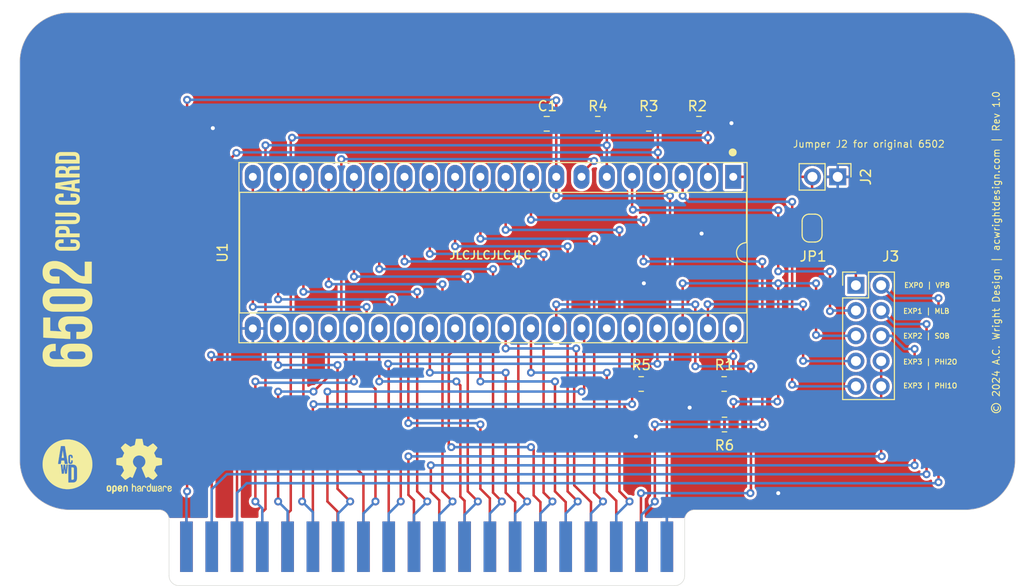
<source format=kicad_pcb>
(kicad_pcb (version 20240108) (generator "pcbnew") (generator_version "8.0")
  (title_block (title "CPU Card") (date "2024-03-19") (rev "1.0") (company "A.C. Wright Design"))
  (layers (0 "F.Cu" signal "Top") (31 "B.Cu" signal "Bottom") (34 "B.Paste" user) (35 "F.Paste" user) (36 "B.SilkS" user "B.Silkscreen") (37 "F.SilkS" user "F.Silkscreen") (38 "B.Mask" user) (39 "F.Mask" user) (44 "Edge.Cuts" user))
  (net 0 "")
  (net 1 "/A0")
  (net 2 "/A1")
  (net 3 "/A2")
  (net 4 "/A3")
  (net 5 "/A4")
  (net 6 "/A5")
  (net 7 "/A6")
  (net 8 "/A7")
  (net 9 "/A8")
  (net 10 "/A9")
  (net 11 "/A10")
  (net 12 "/A11")
  (net 13 "/A12")
  (net 14 "/A13")
  (net 15 "/A14")
  (net 16 "/A15")
  (net 17 "/D0")
  (net 18 "/D1")
  (net 19 "/D2")
  (net 20 "/D3")
  (net 21 "/D4")
  (net 22 "/D5")
  (net 23 "/D6")
  (net 24 "/D7")
  (net 25 "GND")
  (net 26 "VCC")
  (net 27 "BE")
  (net 28 "RDY")
  (net 29 "/PHI2")
  (net 30 "EXP1")
  (net 31 "EXP2")
  (net 32 "EXP3")
  (net 33 "/SYNC")
  (net 34 "EXP0")
  (net 36 "VPB")
  (net 37 "PHI1O")
  (net 38 "/RWB")
  (net 39 "NMIB")
  (net 40 "IRQB")
  (net 41 "RESB")
  (net 42 "SOB")
  (net 43 "PHI2O")
  (net 44 "MLB")
  (footprint "Resistor_SMD:R_0805_2012Metric" (layer "F.Cu") (at 169.2675 113.538 180)
    (property "Reference" "R1")
    (property "Value" "1k" (hide yes))
  )
  (footprint "Resistor_SMD:R_0805_2012Metric" (layer "F.Cu") (at 161.6945 87.376 180)
    (property "Reference" "R3")
    (property "Value" "1k" (hide yes))
  )
  (footprint "Resistor_SMD:R_0805_2012Metric" (layer "F.Cu") (at 160.9325 113.538)
    (property "Reference" "R5")
    (property "Value" "1k" (hide yes))
  )
  (footprint "6502 Parts:6502CARDEDGE" (layer "F.Cu") (at 115.25 132.44)
    (property "Reference" "J1" (hide yes))
    (property "Value" "6502CARDEDGE" (hide yes))
  )
  (footprint "Package_DIP:DIP-40_W15.24mm_Socket_LongPads" (layer "F.Cu") (at 170.18 92.71 -90)
    (property "Reference" "U1")
    (property "Value" "65C02" (hide yes))
  )
  (footprint "A.C. Wright Logo:A.C. Wright Logo 5mm" (layer "F.Cu") (at 103.3011 121.6136)
    (property "Reference" "G***" (hide yes))
    (property "Value" "LOGO" (hide yes))
  )
  (footprint "6502 Logos:6502 CPU Card Logo 5mm" (layer "F.Cu") (at 103.30081 99.306447 90)
    (property "Reference" "G***" (hide yes))
    (property "Value" "LOGO" (hide yes))
  )
  (footprint "Resistor_SMD:R_0805_2012Metric" (layer "F.Cu") (at 166.7275 87.376 180)
    (property "Reference" "R2")
    (property "Value" "1k" (hide yes))
  )
  (footprint "Resistor_SMD:R_0805_2012Metric" (layer "F.Cu") (at 156.5675 87.376 180)
    (property "Reference" "R4")
    (property "Value" "1k" (hide yes))
  )
  (footprint "Capacitor_SMD:C_0805_2012Metric" (layer "F.Cu") (at 151.445 87.376 180)
    (property "Reference" "C1")
    (property "Value" "100nF" (hide yes))
  )
  (footprint "Connector_PinHeader_2.54mm:PinHeader_1x02_P2.54mm_Vertical" (layer "F.Cu") (at 180.6761 92.7136 -90)
    (property "Reference" "J2")
    (property "Value" "Conn_01x02" (hide yes))
  )
  (footprint "Jumper:SolderJumper-2_P1.3mm_Open_RoundedPad1.0x1.5mm" (layer "F.Cu") (at 178.1011 97.8636 90)
    (property "Reference" "JP1")
    (property "Value" "SolderJumper_2_Open" (hide yes))
  )
  (footprint "Symbol:OSHW-Logo2_7.3x6mm_SilkScreen" (layer "F.Cu") (at 110.5011 121.8136)
    (property "Reference" "REF**" (hide yes))
    (property "Value" "OSHW-Logo2_7.3x6mm_SilkScreen" (hide yes))
  )
  (footprint "Resistor_SMD:R_0805_2012Metric" (layer "F.Cu") (at 169.3011 117.6136 180)
    (property "Reference" "R6")
    (property "Value" "1k" (hide yes))
  )
  (footprint "Connector_PinHeader_2.54mm:PinHeader_2x05_P2.54mm_Vertical" (layer "F.Cu") (at 182.5011 103.6136)
    (property "Reference" "J3")
    (property "Value" "Conn_02x05_Odd_Even" (hide yes))
  )
  (gr_circle (center 170.1271 90.2526) (end 170.3271 90.2526) (stroke (width 0.4)) (fill none) (layer "F.SilkS"))
  (gr_line (start 165.3011 132.8136) (end 165.3011 127.1936) (stroke (width 0.05)) (layer "Edge.Cuts"))
  (gr_line (start 166.3011 126.1936) (end 193.5011 126.1936) (stroke (width 0.05)) (layer "Edge.Cuts"))
  (gr_line (start 198.5011 121.1936) (end 198.5011 81.1936) (stroke (width 0.05)) (layer "Edge.Cuts"))
  (gr_arc (start 112.5011 126.1936) (mid 113.208207 126.486493) (end 113.5011 127.1936) (stroke (width 0.05)) (layer "Edge.Cuts"))
  (gr_arc (start 103.5011 126.1936) (mid 99.965566 124.729134) (end 98.5011 121.1936) (stroke (width 0.05)) (layer "Edge.Cuts"))
  (gr_arc (start 114.5011 133.8136) (mid 113.793993 133.520707) (end 113.5011 132.8136) (stroke (width 0.05)) (layer "Edge.Cuts"))
  (gr_line (start 103.5011 126.1936) (end 112.5011 126.1936) (stroke (width 0.05)) (layer "Edge.Cuts"))
  (gr_arc (start 198.5011 121.1936) (mid 197.036634 124.729134) (end 193.5011 126.1936) (stroke (width 0.05)) (layer "Edge.Cuts"))
  (gr_line (start 114.5011 133.8136) (end 164.3011 133.8136) (stroke (width 0.05)) (layer "Edge.Cuts"))
  (gr_arc (start 165.3011 132.8136) (mid 165.008207 133.520707) (end 164.3011 133.8136) (stroke (width 0.05)) (layer "Edge.Cuts"))
  (gr_line (start 193.5011 76.1936) (end 103.5011 76.1936) (stroke (width 0.05)) (layer "Edge.Cuts"))
  (gr_line (start 113.5011 127.1936) (end 113.5011 132.8136) (stroke (width 0.05)) (layer "Edge.Cuts"))
  (gr_line (start 98.5011 81.1936) (end 98.5011 121.1936) (stroke (width 0.05)) (layer "Edge.Cuts"))
  (gr_arc (start 165.3011 127.1936) (mid 165.593993 126.486493) (end 166.3011 126.1936) (stroke (width 0.05)) (layer "Edge.Cuts"))
  (gr_arc (start 193.5011 76.1936) (mid 197.036634 77.658066) (end 198.5011 81.1936) (stroke (width 0.05)) (layer "Edge.Cuts"))
  (gr_arc (start 98.5011 81.1936) (mid 99.965566 77.658066) (end 103.5011 76.1936) (stroke (width 0.05)) (layer "Edge.Cuts"))
  (gr_text "EXP3 | PHI2O" (at 187.2011 111.3136 0) (layer "F.SilkS") (effects (font (size 0.5 0.5) (thickness 0.1)) (justify left)))
  (gr_text "EXP2 | SOB" (at 187.2011 108.7136 0) (layer "F.SilkS") (effects (font (size 0.5 0.5) (thickness 0.1)) (justify left)))
  (gr_text "EXP0 | VPB" (at 187.3011 103.6136 0) (layer "F.SilkS") (effects (font (size 0.5 0.5) (thickness 0.1)) (justify left)))
  (gr_text "EXP1 | MLB" (at 187.2011 106.2136 0) (layer "F.SilkS") (effects (font (size 0.5 0.5) (thickness 0.1)) (justify left)))
  (gr_text "© 2024 A.C. Wright Design | acwrightdesign.com | Rev 1.0" (at 196.596 100.33 90) (layer "F.SilkS") (effects (font (size 0.7 0.7) (thickness 0.1))))
  (gr_text "Jumper J2 for original 6502" (at 183.8011 89.4136 0) (layer "F.SilkS") (effects (font (size 0.7 0.7) (thickness 0.1))))
  (gr_text "EXP3 | PHI1O" (at 187.2011 113.7136 0) (layer "F.SilkS") (effects (font (size 0.5 0.5) (thickness 0.1)) (justify left)))
  (gr_text "JLCJLCJLCJLC" (at 145.796 100.584 0) (layer "F.SilkS") (effects (font (size 0.8 0.8))))
  (segment (start 161.163 101.219) (end 161.163 97.028) (width 0.25) (layer "F.Cu") (net 1))
  (segment (start 173.101 117.602) (end 173.101 101.219) (width 0.25) (layer "F.Cu") (net 1))
  (segment (start 162.306 125.349) (end 162.306 124.783315) (width 0.25) (layer "F.Cu") (net 1))
  (segment (start 162.306 124.783315) (end 162.306 117.601999) (width 0.25) (layer "F.Cu") (net 1))
  (segment (start 149.86 97.028) (end 149.86 92.71) (width 0.25) (layer "F.Cu") (net 1))
  (via (at 161.163 97.028) (size 0.8) (drill 0.4) (layers "F.Cu" "B.Cu") (net 1))
  (via (at 173.101 117.602) (size 0.8) (drill 0.4) (layers "F.Cu" "B.Cu") (net 1))
  (via (at 161.163 101.219) (size 0.8) (drill 0.4) (layers "F.Cu" "B.Cu") (net 1))
  (via (at 162.306 125.349) (size 0.8) (drill 0.4) (layers "F.Cu" "B.Cu") (net 1))
  (via (at 173.101 101.219) (size 0.8) (drill 0.4) (layers "F.Cu" "B.Cu") (net 1))
  (via (at 149.86 97.028) (size 0.8) (drill 0.4) (layers "F.Cu" "B.Cu") (net 1))
  (via (at 162.306 117.601999) (size 0.8) (drill 0.4) (layers "F.Cu" "B.Cu") (net 1))
  (segment (start 173.101 117.602) (end 172.535314 117.601999) (width 0.25) (layer "B.Cu") (net 1))
  (segment (start 161.163 97.028) (end 149.86 97.028) (width 0.25) (layer "B.Cu") (net 1))
  (segment (start 160.97 126.685) (end 162.306 125.349) (width 0.25) (layer "B.Cu") (net 1))
  (segment (start 172.535314 117.601999) (end 162.306 117.601999) (width 0.25) (layer "B.Cu") (net 1))
  (segment (start 173.101 101.219) (end 161.163 101.219) (width 0.25) (layer "B.Cu") (net 1))
  (segment (start 160.97 129.9) (end 160.97 126.685) (width 0.25) (layer "B.Cu") (net 1))
  (segment (start 158.75 124.333) (end 158.75 98.044) (width 0.25) (layer "F.Cu") (net 2))
  (segment (start 147.32 98.044) (end 147.32 92.71) (width 0.25) (layer "F.Cu") (net 2))
  (segment (start 159.766 125.349) (end 158.75 124.333) (width 0.25) (layer "F.Cu") (net 2))
  (via (at 159.766 125.349) (size 0.8) (drill 0.4) (layers "F.Cu" "B.Cu") (net 2))
  (via (at 147.32 98.044) (size 0.8) (drill 0.4) (layers "F.Cu" "B.Cu") (net 2))
  (via (at 158.75 98.044) (size 0.8) (drill 0.4) (layers "F.Cu" "B.Cu") (net 2))
  (segment (start 158.43 129.9) (end 158.43 126.685) (width 0.25) (layer "B.Cu") (net 2))
  (segment (start 158.75 98.044) (end 147.32 98.044) (width 0.25) (layer "B.Cu") (net 2))
  (segment (start 158.43 126.685) (end 159.766 125.349) (width 0.25) (layer "B.Cu") (net 2))
  (segment (start 144.78 98.933) (end 144.78 92.71) (width 0.25) (layer "F.Cu") (net 3))
  (segment (start 156.21 124.46) (end 156.21 98.933) (width 0.25) (layer "F.Cu") (net 3))
  (segment (start 157.099 125.349) (end 156.21 124.46) (width 0.25) (layer "F.Cu") (net 3))
  (via (at 144.78 98.933) (size 0.8) (drill 0.4) (layers "F.Cu" "B.Cu") (net 3))
  (via (at 156.21 98.933) (size 0.8) (drill 0.4) (layers "F.Cu" "B.Cu") (net 3))
  (via (at 157.099 125.349) (size 0.8) (drill 0.4) (layers "F.Cu" "B.Cu") (net 3))
  (segment (start 155.89 129.9) (end 155.89 126.558) (width 0.25) (layer "B.Cu") (net 3))
  (segment (start 155.89 126.558) (end 157.099 125.349) (width 0.25) (layer "B.Cu") (net 3))
  (segment (start 156.21 98.933) (end 144.78 98.933) (width 0.25) (layer "B.Cu") (net 3))
  (segment (start 142.24 92.71) (end 142.24 99.694996) (width 0.25) (layer "F.Cu") (net 4))
  (segment (start 154.559 125.349) (end 153.542999 124.332999) (width 0.25) (layer "F.Cu") (net 4))
  (segment (start 142.24 99.694996) (end 142.239996 99.695) (width 0.25) (layer "F.Cu") (net 4))
  (segment (start 153.542999 124.332999) (end 153.542999 99.694999) (width 0.25) (layer "F.Cu") (net 4))
  (via (at 153.542999 99.694999) (size 0.8) (drill 0.4) (layers "F.Cu" "B.Cu") (net 4))
  (via (at 142.239996 99.695) (size 0.8) (drill 0.4) (layers "F.Cu" "B.Cu") (net 4))
  (via (at 154.559 125.349) (size 0.8) (drill 0.4) (layers "F.Cu" "B.Cu") (net 4))
  (segment (start 142.239996 99.695) (end 153.542998 99.695) (width 0.25) (layer "B.Cu") (net 4))
  (segment (start 153.35 126.558) (end 154.559 125.349) (width 0.25) (layer "B.Cu") (net 4))
  (segment (start 153.542998 99.695) (end 153.542999 99.694999) (width 0.25) (layer "B.Cu") (net 4))
  (segment (start 153.35 129.9) (end 153.35 126.558) (width 0.25) (layer "B.Cu") (net 4))
  (segment (start 151.13 124.46) (end 152.019 125.349) (width 0.25) (layer "F.Cu") (net 5))
  (segment (start 151.13 100.5136) (end 151.13 124.46) (width 0.25) (layer "F.Cu") (net 5))
  (segment (start 139.7 92.71) (end 139.7 100.457) (width 0.25) (layer "F.Cu") (net 5))
  (via (at 139.7 100.457) (size 0.8) (drill 0.4) (layers "F.Cu" "B.Cu") (net 5))
  (via (at 151.13 100.5136) (size 0.8) (drill 0.4) (layers "F.Cu" "B.Cu") (net 5))
  (via (at 152.019 125.349) (size 0.8) (drill 0.4) (layers "F.Cu" "B.Cu") (net 5))
  (segment (start 151.0734 100.457) (end 139.7 100.457) (width 0.25) (layer "B.Cu") (net 5))
  (segment (start 150.81 129.9) (end 150.81 126.558) (width 0.25) (layer "B.Cu") (net 5))
  (segment (start 150.81 126.558) (end 152.019 125.349) (width 0.25) (layer "B.Cu") (net 5))
  (segment (start 151.13 100.5136) (end 151.0734 100.457) (width 0.25) (layer "B.Cu") (net 5))
  (segment (start 149.479 125.349) (end 148.59 124.46) (width 0.25) (layer "F.Cu") (net 6))
  (segment (start 137.16 92.71) (end 137.16 101.219004) (width 0.25) (layer "F.Cu") (net 6))
  (segment (start 148.59 124.46) (end 148.59 101.218998) (width 0.25) (layer "F.Cu") (net 6))
  (via (at 149.479 125.349) (size 0.8) (drill 0.4) (layers "F.Cu" "B.Cu") (net 6))
  (via (at 137.16 101.219004) (size 0.8) (drill 0.4) (layers "F.Cu" "B.Cu") (net 6))
  (via (at 148.59 101.218998) (size 0.8) (drill 0.4) (layers "F.Cu" "B.Cu") (net 6))
  (segment (start 148.27 126.558) (end 149.479 125.349) (width 0.25) (layer "B.Cu") (net 6))
  (segment (start 137.16 101.219004) (end 148.589994 101.219004) (width 0.25) (layer "B.Cu") (net 6))
  (segment (start 148.589994 101.219004) (end 148.59 101.218998) (width 0.25) (layer "B.Cu") (net 6))
  (segment (start 148.27 129.9) (end 148.27 126.558) (width 0.25) (layer "B.Cu") (net 6))
  (segment (start 146.939 125.349) (end 146.05 124.46) (width 0.25) (layer "F.Cu") (net 7))
  (segment (start 134.62 92.71) (end 134.62 101.981) (width 0.25) (layer "F.Cu") (net 7))
  (segment (start 146.05 124.46) (end 146.05 101.981) (width 0.25) (layer "F.Cu") (net 7))
  (via (at 134.62 101.981) (size 0.8) (drill 0.4) (layers "F.Cu" "B.Cu") (net 7))
  (via (at 146.939 125.349) (size 0.8) (drill 0.4) (layers "F.Cu" "B.Cu") (net 7))
  (via (at 146.05 101.981) (size 0.8) (drill 0.4) (layers "F.Cu" "B.Cu") (net 7))
  (segment (start 145.73 126.558) (end 146.939 125.349) (width 0.25) (layer "B.Cu") (net 7))
  (segment (start 134.62 101.981) (end 146.05 101.981) (width 0.25) (layer "B.Cu") (net 7))
  (segment (start 145.73 129.9) (end 145.73 126.558) (width 0.25) (layer "B.Cu") (net 7))
  (segment (start 143.51 124.333) (end 143.51 102.74301) (width 0.25) (layer "F.Cu") (net 8))
  (segment (start 144.526 125.349) (end 143.51 124.333) (width 0.25) (layer "F.Cu") (net 8))
  (segment (start 132.08 92.71) (end 132.08 102.743) (width 0.25) (layer "F.Cu") (net 8))
  (via (at 144.526 125.349) (size 0.8) (drill 0.4) (layers "F.Cu" "B.Cu") (net 8))
  (via (at 132.08 102.743) (size 0.8) (drill 0.4) (layers "F.Cu" "B.Cu") (net 8))
  (via (at 143.51 102.74301) (size 0.8) (drill 0.4) (layers "F.Cu" "B.Cu") (net 8))
  (segment (start 143.19 126.685) (end 144.526 125.349) (width 0.25) (layer "B.Cu") (net 8))
  (segment (start 143.50999 102.743) (end 143.51 102.74301) (width 0.25) (layer "B.Cu") (net 8))
  (segment (start 132.08 102.743) (end 143.50999 102.743) (width 0.25) (layer "B.Cu") (net 8))
  (segment (start 143.19 129.9) (end 143.19 126.685) (width 0.25) (layer "B.Cu") (net 8))
  (segment (start 140.970001 124.333001) (end 140.970001 103.505005) (width 0.25) (layer "F.Cu") (net 9))
  (segment (start 141.986 125.349) (end 140.970001 124.333001) (width 0.25) (layer "F.Cu") (net 9))
  (segment (start 129.54 92.71) (end 129.54 103.505) (width 0.25) (layer "F.Cu") (net 9))
  (via (at 140.970001 103.505005) (size 0.8) (drill 0.4) (layers "F.Cu" "B.Cu") (net 9))
  (via (at 141.986 125.349) (size 0.8) (drill 0.4) (layers "F.Cu" "B.Cu") (net 9))
  (via (at 129.54 103.505) (size 0.8) (drill 0.4) (layers "F.Cu" "B.Cu") (net 9))
  (segment (start 140.969996 103.505) (end 140.970001 103.505005) (width 0.25) (layer "B.Cu") (net 9))
  (segment (start 140.65 126.685) (end 141.986 125.349) (width 0.25) (layer "B.Cu") (net 9))
  (segment (start 140.65 129.9) (end 140.65 126.685) (width 0.25) (layer "B.Cu") (net 9))
  (segment (start 129.54 103.505) (end 140.969996 103.505) (width 0.25) (layer "B.Cu") (net 9))
  (segment (start 138.43 124.333) (end 138.43 104.266998) (width 0.25) (layer "F.Cu") (net 10))
  (segment (start 139.446 125.349) (end 138.43 124.333) (width 0.25) (layer "F.Cu") (net 10))
  (segment (start 127 92.71) (end 127 104.267) (width 0.25) (layer "F.Cu") (net 10))
  (via (at 127 104.267) (size 0.8) (drill 0.4) (layers "F.Cu" "B.Cu") (net 10))
  (via (at 139.446 125.349) (size 0.8) (drill 0.4) (layers "F.Cu" "B.Cu") (net 10))
  (via (at 138.43 104.266998) (size 0.8) (drill 0.4) (layers "F.Cu" "B.Cu") (net 10))
  (segment (start 138.11 129.9) (end 138.11 126.685) (width 0.25) (layer "B.Cu") (net 10))
  (segment (start 138.11 126.685) (end 139.446 125.349) (width 0.25) (layer "B.Cu") (net 10))
  (segment (start 127 104.267) (end 138.429998 104.267) (width 0.25) (layer "B.Cu") (net 10))
  (segment (start 138.429998 104.267) (end 138.43 104.266998) (width 0.25) (layer "B.Cu") (net 10))
  (segment (start 124.46 92.71) (end 124.46 105.029) (width 0.25) (layer "F.Cu") (net 11))
  (segment (start 136.779 110.109) (end 135.89 109.22) (width 0.25) (layer "F.Cu") (net 11))
  (segment (start 136.779 125.349) (end 136.779 110.109) (width 0.25) (layer "F.Cu") (net 11))
  (segment (start 135.89 109.22) (end 135.89 105.028996) (width 0.25) (layer "F.Cu") (net 11))
  (via (at 124.46 105.029) (size 0.8) (drill 0.4) (layers "F.Cu" "B.Cu") (net 11))
  (via (at 136.779 125.349) (size 0.8) (drill 0.4) (layers "F.Cu" "B.Cu") (net 11))
  (via (at 135.89 105.028996) (size 0.8) (drill 0.4) (layers "F.Cu" "B.Cu") (net 11))
  (segment (start 135.57 129.9) (end 135.57 126.558) (width 0.25) (layer "B.Cu") (net 11))
  (segment (start 135.889996 105.029) (end 135.89 105.028996) (width 0.25) (layer "B.Cu") (net 11))
  (segment (start 135.57 126.558) (end 136.779 125.349) (width 0.25) (layer "B.Cu") (net 11))
  (segment (start 124.46 105.029) (end 135.889996 105.029) (width 0.25) (layer "B.Cu") (net 11))
  (segment (start 121.92 92.71) (end 121.92 105.790998) (width 0.25) (layer "F.Cu") (net 12))
  (segment (start 121.92 105.790998) (end 121.920002 105.791) (width 0.25) (layer "F.Cu") (net 12))
  (segment (start 134.239 125.349) (end 134.239 114.046) (width 0.25) (layer "F.Cu") (net 12))
  (segment (start 133.35 113.157) (end 133.35 105.79099) (width 0.25) (layer "F.Cu") (net 12))
  (segment (start 134.239 114.046) (end 133.35 113.157) (width 0.25) (layer "F.Cu") (net 12))
  (via (at 121.920002 105.791) (size 0.8) (drill 0.4) (layers "F.Cu" "B.Cu") (net 12))
  (via (at 133.35 105.79099) (size 0.8) (drill 0.4) (layers "F.Cu" "B.Cu") (net 12))
  (via (at 134.239 125.349) (size 0.8) (drill 0.4) (layers "F.Cu" "B.Cu") (net 12))
  (segment (start 133.03 129.9) (end 133.03 126.558) (width 0.25) (layer "B.Cu") (net 12))
  (segment (start 121.920012 105.79099) (end 121.920002 105.791) (width 0.25) (layer "B.Cu") (net 12))
  (segment (start 133.35 105.79099) (end 121.920012 105.79099) (width 0.25) (layer "B.Cu") (net 12))
  (segment (start 133.03 126.558) (end 134.239 125.349) (width 0.25) (layer "B.Cu") (net 12))
  (segment (start 124.46 107.95) (end 124.46 111.633) (width 0.25) (layer "F.Cu") (net 13))
  (segment (start 130.429 111.633) (end 130.429 124.079) (width 0.25) (layer "F.Cu") (net 13))
  (segment (start 130.429 124.079) (end 131.699 125.349) (width 0.25) (layer "F.Cu") (net 13))
  (via (at 131.699 125.349) (size 0.8) (drill 0.4) (layers "F.Cu" "B.Cu") (net 13))
  (via (at 130.429 111.633) (size 0.8) (drill 0.4) (layers "F.Cu" "B.Cu") (net 13))
  (via (at 124.46 111.633) (size 0.8) (drill 0.4) (layers "F.Cu" "B.Cu") (net 13))
  (segment (start 124.46 111.633) (end 130.429 111.633) (width 0.25) (layer "B.Cu") (net 13))
  (segment (start 130.49 126.558) (end 131.699 125.349) (width 0.25) (layer "B.Cu") (net 13))
  (segment (start 130.49 129.9) (end 130.49 126.558) (width 0.25) (layer "B.Cu") (net 13))
  (segment (start 127 125.222) (end 126.873 125.349) (width 0.25) (layer "F.Cu") (net 14))
  (segment (start 127 107.95) (end 127 125.222) (width 0.25) (layer "F.Cu") (net 14))
  (via (at 126.873 125.349) (size 0.8) (drill 0.4) (layers "F.Cu" "B.Cu") (net 14))
  (segment (start 127.95 126.426) (end 126.873 125.349) (width 0.25) (layer "B.Cu") (net 14))
  (segment (start 127.95 129.9) (end 127.95 126.426) (width 0.25) (layer "B.Cu") (net 14))
  (segment (start 129.54 112.776) (end 128.016 114.3) (width 0.25) (layer "F.Cu") (net 15))
  (segment (start 124.46 125.348994) (end 124.459994 125.349) (width 0.25) (layer "F.Cu") (net 15))
  (segment (start 124.46 114.3) (end 124.46 125.348994) (width 0.25) (layer "F.Cu") (net 15))
  (segment (start 129.54 107.95) (end 129.54 112.776) (width 0.25) (layer "F.Cu") (net 15))
  (via (at 128.016 114.3) (size 0.8) (drill 0.4) (layers "F.Cu" "B.Cu") (net 15))
  (via (at 124.46 114.3) (size 0.8) (drill 0.4) (layers "F.Cu" "B.Cu") (net 15))
  (via (at 124.459994 125.349) (size 0.8) (drill 0.4) (layers "F.Cu" "B.Cu") (net 15))
  (segment (start 125.41 129.9) (end 125.41 126.299006) (width 0.25) (layer "B.Cu") (net 15))
  (segment (start 124.46 114.3) (end 128.016 114.3) (width 0.25) (layer "B.Cu") (net 15))
  (segment (start 125.41 126.299006) (end 124.459994 125.349) (width 0.25) (layer "B.Cu") (net 15))
  (segment (start 122.174002 113.284002) (end 122.174 113.284) (width 0.25) (layer "F.Cu") (net 16))
  (segment (start 132.08 107.95) (end 132.08 113.284) (width 0.25) (layer "F.Cu") (net 16))
  (segment (start 122.174002 125.349) (end 122.174002 113.284002) (width 0.25) (layer "F.Cu") (net 16))
  (via (at 132.08 113.284) (size 0.8) (drill 0.4) (layers "F.Cu" "B.Cu") (net 16))
  (via (at 122.174002 125.349) (size 0.8) (drill 0.4) (layers "F.Cu" "B.Cu") (net 16))
  (via (at 122.174 113.284) (size 0.8) (drill 0.4) (layers "F.Cu" "B.Cu") (net 16))
  (segment (start 122.87 129.9) (end 122.87 126.044998) (width 0.25) (layer "B.Cu") (net 16))
  (segment (start 131.953 113.411) (end 122.301 113.411) (width 0.25) (layer "B.Cu") (net 16))
  (segment (start 122.301 113.411) (end 122.174 113.284) (width 0.25) (layer "B.Cu") (net 16))
  (segment (start 132.08 113.284) (end 131.953 113.411) (width 0.25) (layer "B.Cu") (net 16))
  (segment (start 122.87 126.044998) (end 122.174002 125.349) (width 0.25) (layer "B.Cu") (net 16))
  (segment (start 160.909 129.839) (end 160.97 129.9) (width 0.25) (layer "F.Cu") (net 17))
  (segment (start 166.37 105.537) (end 166.37 111.76) (width 0.25) (layer "F.Cu") (net 17))
  (segment (start 171.9011 124.5136) (end 171.958 124.4567) (width 0.25) (layer "F.Cu") (net 17))
  (segment (start 152.4 107.95) (end 152.4 105.537) (width 0.25) (layer "F.Cu") (net 17))
  (segment (start 160.909 124.5136) (end 160.909 129.839) (width 0.25) (layer "F.Cu") (net 17))
  (segment (start 171.958 124.4567) (end 171.958 111.76) (width 0.25) (layer "F.Cu") (net 17))
  (via (at 166.37 105.537) (size 0.8) (drill 0.4) (layers "F.Cu" "B.Cu") (net 17))
  (via (at 171.9011 124.5136) (size 0.8) (drill 0.4) (layers "F.Cu" "B.Cu") (net 17))
  (via (at 160.909 124.5136) (size 0.8) (drill 0.4) (layers "F.Cu" "B.Cu") (net 17))
  (via (at 171.958 111.76) (size 0.8) (drill 0.4) (layers "F.Cu" "B.Cu") (net 17))
  (via (at 152.4 105.537) (size 0.8) (drill 0.4) (layers "F.Cu" "B.Cu") (net 17))
  (via (at 166.37 111.76) (size 0.8) (drill 0.4) (layers "F.Cu" "B.Cu") (net 17))
  (segment (start 152.4 105.537) (end 164.574766 105.537) (width 0.25) (layer "B.Cu") (net 17))
  (segment (start 164.574766 105.537) (end 166.37 105.537) (width 0.25) (layer "B.Cu") (net 17))
  (segment (start 171.9011 124.5136) (end 160.909 124.5136) (width 0.25) (layer "B.Cu") (net 17))
  (segment (start 166.37 111.76) (end 171.958 111.76) (width 0.25) (layer "B.Cu") (net 17))
  (segment (start 158.43 125.283) (end 158.43 129.9) (width 0.25) (layer "F.Cu") (net 18))
  (segment (start 157.48 112.395) (end 157.48 124.333) (width 0.25) (layer "F.Cu") (net 18))
  (segment (start 149.86 107.95) (end 149.86 112.395) (width 0.25) (layer "F.Cu") (net 18))
  (segment (start 157.48 124.333) (end 158.43 125.283) (width 0.25) (layer "F.Cu") (net 18))
  (via (at 149.86 112.395) (size 0.8) (drill 0.4) (layers "F.Cu" "B.Cu") (net 18))
  (via (at 157.48 112.395) (size 0.8) (drill 0.4) (layers "F.Cu" "B.Cu") (net 18))
  (segment (start 149.86 112.395) (end 157.48 112.395) (width 0.25) (layer "B.Cu") (net 18))
  (segment (start 155.89 125.41) (end 155.89 129.9) (width 0.25) (layer "F.Cu") (net 19))
  (segment (start 147.32 107.95) (end 147.32 109.965) (width 0.25) (layer "F.Cu") (net 19))
  (segment (start 154.2011 113.2136) (end 154.2011 123.7211) (width 0.25) (layer "F.Cu") (net 19))
  (segment (start 154.4011 113.0136) (end 154.2011 113.2136) (width 0.25) (layer "F.Cu") (net 19))
  (segment (start 154.2011 123.7211) (end 155.89 125.41) (width 0.25) (layer "F.Cu") (net 19))
  (segment (start 154.4011 109.965) (end 154.4011 113.0136) (width 0.25) (layer "F.Cu") (net 19))
  (via (at 147.32 109.965) (size 0.8) (drill 0.4) (layers "F.Cu" "B.Cu") (net 19))
  (via (at 154.4011 109.965) (size 0.8) (drill 0.4) (layers "F.Cu" "B.Cu") (net 19))
  (segment (start 147.32 109.965) (end 154.4011 109.965) (width 0.25) (layer "B.Cu") (net 19))
  (segment (start 153.35 125.41) (end 153.35 129.9) (width 0.25) (layer "F.Cu") (net 20))
  (segment (start 152.273 113.284) (end 152.273 124.333) (width 0.25) (layer "F.Cu") (net 20))
  (segment (start 152.273 124.333) (end 153.35 125.41) (width 0.25) (layer "F.Cu") (net 20))
  (segment (start 144.78 107.95) (end 144.78 113.284) (width 0.25) (layer "F.Cu") (net 20))
  (via (at 144.78 113.284) (size 0.8) (drill 0.4) (layers "F.Cu" "B.Cu") (net 20))
  (via (at 152.273 113.284) (size 0.8) (drill 0.4) (layers "F.Cu" "B.Cu") (net 20))
  (segment (start 144.78 113.284) (end 152.273 113.284) (width 0.25) (layer "B.Cu") (net 20))
  (segment (start 142.24 107.95) (end 142.24 109.982) (width 0.25) (layer "F.Cu") (net 21))
  (segment (start 141.605 119.634) (end 141.859 119.888) (width 0.25) (layer "F.Cu") (net 21))
  (segment (start 141.605 110.617) (end 141.605 119.634) (width 0.25) (layer "F.Cu") (net 21))
  (segment (start 150.81 125.41) (end 150.81 129.9) (width 0.25) (layer "F.Cu") (net 21))
  (segment (start 149.86 119.888) (end 150.131001 120.159001) (width 0.25) (layer "F.Cu") (net 21))
  (segment (start 150.131001 124.731001) (end 150.81 125.41) (width 0.25) (layer "F.Cu") (net 21))
  (segment (start 142.24 109.982) (end 141.605 110.617) (width 0.25) (layer "F.Cu") (net 21))
  (segment (start 150.131001 120.159001) (end 150.131001 124.731001) (width 0.25) (layer "F.Cu") (net 21))
  (via (at 141.859 119.888) (size 0.8) (drill 0.4) (layers "F.Cu" "B.Cu") (net 21))
  (via (at 149.86 119.888) (size 0.8) (drill 0.4) (layers "F.Cu" "B.Cu") (net 21))
  (segment (start 141.859 119.888) (end 149.86 119.888) (width 0.25) (layer "B.Cu") (net 21))
  (segment (start 147.32 112.395) (end 147.32 124.46) (width 0.25) (layer "F.Cu") (net 22))
  (segment (start 148.27 125.41) (end 148.27 129.9) (width 0.25) (layer "F.Cu") (net 22))
  (segment (start 139.7 107.95) (end 139.7 112.395) (width 0.25) (layer "F.Cu") (net 22))
  (segment (start 147.32 124.46) (end 148.27 125.41) (width 0.25) (layer "F.Cu") (net 22))
  (via (at 139.7 112.395) (size 0.8) (drill 0.4) (layers "F.Cu" "B.Cu") (net 22))
  (via (at 147.32 112.395) (size 0.8) (drill 0.4) (layers "F.Cu" "B.Cu") (net 22))
  (segment (start 139.7 112.395) (end 147.32 112.395) (width 0.25) (layer "B.Cu") (net 22))
  (segment (start 145.73 125.029) (end 145.73 129.9) (width 0.25) (layer "F.Cu") (net 23))
  (segment (start 144.78 124.079) (end 145.73 125.029) (width 0.25) (layer "F.Cu") (net 23))
  (segment (start 137.16 109.474) (end 137.541 109.855) (width 0.25) (layer "F.Cu") (net 23))
  (segment (start 137.541 109.855) (end 137.541 117.475) (width 0.25) (layer "F.Cu") (net 23))
  (segment (start 144.78 117.602) (end 144.78 124.079) (width 0.25) (layer "F.Cu") (net 23))
  (segment (start 137.16 107.95) (end 137.16 109.474) (width 0.25) (layer "F.Cu") (net 23))
  (via (at 144.78 117.602) (size 0.8) (drill 0.4) (layers "F.Cu" "B.Cu") (net 23))
  (via (at 137.541 117.475) (size 0.8) (drill 0.4) (layers "F.Cu" "B.Cu") (net 23))
  (segment (start 137.541 117.475) (end 144.653 117.475) (width 0.25) (layer "B.Cu") (net 23))
  (segment (start 144.653 117.475) (end 144.78 117.602) (width 0.25) (layer "B.Cu") (net 23))
  (segment (start 134.62 107.95) (end 134.62 113.284) (width 0.25) (layer "F.Cu") (net 24))
  (segment (start 143.19 125.283) (end 143.19 129.9) (width 0.25) (layer "F.Cu") (net 24))
  (segment (start 142.766995 113.683999) (end 142.366996 113.284) (width 0.25) (layer "F.Cu") (net 24))
  (segment (start 142.766995 124.859995) (end 143.19 125.283) (width 0.25) (layer "F.Cu") (net 24))
  (segment (start 142.766995 113.683999) (end 142.766995 124.859995) (width 0.25) (layer "F.Cu") (net 24))
  (segment (start 143.19 129.9) (end 142.766995 129.476995) (width 0.25) (layer "F.Cu") (net 24))
  (via (at 134.62 113.284) (size 0.8) (drill 0.4) (layers "F.Cu" "B.Cu") (net 24))
  (via (at 142.366996 113.284) (size 0.8) (drill 0.4) (layers "F.Cu" "B.Cu") (net 24))
  (segment (start 142.113 113.284) (end 142.366996 113.284) (width 0.25) (layer "B.Cu") (net 24))
  (segment (start 134.62 113.284) (end 142.113 113.284) (width 0.25) (layer "B.Cu") (net 24))
  (segment (start 115.25 129.9) (end 115.25 125.542) (width 0.25) (layer "F.Cu") (net 25))
  (via (at 117.9011 87.8136) (size 0.8) (drill 0.4) (layers "F.Cu" "B.Cu") (net 25))
  (via (at 165.8011 115.9136) (size 0.8) (drill 0.4) (layers "F.Cu" "B.Cu") (net 25))
  (via (at 174.7011 124.5136) (size 0.8) (drill 0.4) (layers "F.Cu" "B.Cu") (net 25))
  (via (at 170.0011 87.3136) (size 0.8) (drill 0.4) (layers "F.Cu" "B.Cu") (net 25))
  (via (at 161.2011 103.4136) (size 0.8) (drill 0.4) (layers "F.Cu" "B.Cu") (net 25))
  (via (at 160.4011 118.8136) (size 0.8) (drill 0.4) (layers "F.Cu" "B.Cu") (net 25))
  (via (at 167.0011 98.4136) (size 0.8) (drill 0.4) (layers "F.Cu" "B.Cu") (net 25))
  (segment (start 163.51 129.9) (end 163.51 125.542) (width 0.25) (layer "B.Cu") (net 25))
  (segment (start 115.316 124.333) (end 115.316 84.963) (width 0.25) (layer "F.Cu") (net 26))
  (segment (start 161.845 113.538) (end 163.576 113.538) (width 0.25) (layer "F.Cu") (net 26))
  (segment (start 168.355 117.58) (end 168.3886 117.6136) (width 0.25) (layer "F.Cu") (net 26))
  (segment (start 164.164 85.979) (end 162.433 85.979) (width 0.25) (layer "F.Cu") (net 26))
  (segment (start 152.4 87.63) (end 155.655 87.63) (width 0.25) (layer "F.Cu") (net 26))
  (segment (start 159.258 86.106) (end 157.179 86.106) (width 0.25) (layer "F.Cu") (net 26))
  (segment (start 163.51 113.604) (end 163.576 113.538) (width 0.25) (layer "F.Cu") (net 26))
  (segment (start 152.4 87.63) (end 152.4 92.71) (width 0.25) (layer "F.Cu") (net 26))
  (segment (start 163.576 113.538) (end 163.83 113.538) (width 0.25) (layer "F.Cu") (net 26))
  (segment (start 165.815 87.63) (end 164.164 85.979) (width 0.25) (layer "F.Cu") (net 26))
  (segment (start 162.433 85.979) (end 160.782 87.63) (width 0.25) (layer "F.Cu") (net 26))
  (segment (start 160.782 87.63) (end 159.258 86.106) (width 0.25) (layer "F.Cu") (net 26))
  (segment (start 157.179 86.106) (end 155.655 87.63) (width 0.25) (layer "F.Cu") (net 26))
  (segment (start 163.83 113.538) (end 168.355 113.538) (width 0.25) (layer "F.Cu") (net 26))
  (segment (start 168.355 113.538) (end 168.355 117.58) (width 0.25) (layer "F.Cu") (net 26))
  (segment (start 163.83 113.538) (end 163.83 94.615) (width 0.25) (layer "F.Cu") (net 26))
  (segment (start 152.4 92.71) (end 152.4 94.615) (width 0.25) (layer "F.Cu") (net 26))
  (segment (start 152.4 87.63) (end 152.4 85.014704) (width 0.25) (layer "F.Cu") (net 26))
  (segment (start 163.51 129.9) (end 163.51 113.604) (width 0.25) (layer "F.Cu") (net 26))
  (via (at 163.83 94.615) (size 0.8) (drill 0.4) (layers "F.Cu" "B.Cu") (net 26))
  (via (at 152.4 85.014704) (size 0.8) (drill 0.4) (layers "F.Cu" "B.Cu") (net 26))
  (via (at 115.316 124.333) (size 0.8) (drill 0.4) (layers "F.Cu" "B.Cu") (net 26))
  (via (at 152.4 94.615) (size 0.8) (drill 0.4) (layers "F.Cu" "B.Cu") (net 26))
  (via (at 115.316 84.963) (size 0.8) (drill 0.4) (layers "F.Cu" "B.Cu") (net 26))
  (segment (start 152.4 94.615) (end 163.83 94.615) (width 0.25) (layer "B.Cu") (net 26))
  (segment (start 115.25 129.9) (end 115.25 124.399) (width 0.25) (layer "B.Cu") (net 26))
  (segment (start 115.316 84.963) (end 152.348296 84.963) (width 0.25) (layer "B.Cu") (net 26))
  (segment (start 115.25 124.399) (end 115.316 124.333) (width 0.25) (layer "B.Cu") (net 26))
  (segment (start 152.348296 84.963) (end 152.4 85.014704) (width 0.25) (layer "B.Cu") (net 26))
  (segment (start 160.02 115.57) (end 160.02 113.538) (width 0.25) (layer "F.Cu") (net 27))
  (segment (start 160.02 113.538) (end 160.02 107.95) (width 0.25) (layer "F.Cu") (net 27))
  (segment (start 127.95 115.636) (end 128.016 115.57) (width 0.25) (layer "F.Cu") (net 27))
  (segment (start 127.95 129.9) (end 127.95 115.636) (width 0.25) (layer "F.Cu") (net 27))
  (via (at 128.016 115.57) (size 0.8) (drill 0.4) (layers "F.Cu" "B.Cu") (net 27))
  (via (at 160.02 115.57) (size 0.8) (drill 0.4) (layers "F.Cu" "B.Cu") (net 27))
  (segment (start 160.02 115.57) (end 128.27 115.57) (width 0.25) (layer "B.Cu") (net 27))
  (segment (start 128.27 115.57) (end 128.016 115.57) (width 0.25) (layer "B.Cu") (net 27))
  (segment (start 125.73 88.9) (end 125.857 88.773) (width 0.25) (layer "F.Cu") (net 28))
  (segment (start 167.64 92.71) (end 167.64 88.772998) (width 0.25) (layer "F.Cu") (net 28))
  (segment (start 125.476 129.834) (end 125.476 126.492) (width 0.25) (layer "F.Cu") (net 28))
  (segment (start 167.64 88.772998) (end 167.64 87.376) (width 0.25) (layer "F.Cu") (net 28))
  (segment (start 125.41 129.9) (end 125.476 129.834) (width 0.25) (layer "F.Cu") (net 28))
  (segment (start 125.73 126.238) (end 125.73 88.9) (width 0.25) (layer "F.Cu") (net 28))
  (segment (start 125.476 126.492) (end 125.73 126.238) (width 0.25) (layer "F.Cu") (net 28))
  (via (at 125.857 88.773) (size 0.8) (drill 0.4) (layers "F.Cu" "B.Cu") (net 28))
  (via (at 167.64 88.772998) (size 0.8) (drill 0.4) (layers "F.Cu" "B.Cu") (net 28))
  (segment (start 125.857 88.773) (end 167.639998 88.773) (width 0.25) (layer "B.Cu") (net 28))
  (segment (start 167.639998 88.773) (end 167.64 88.772998) (width 0.25) (layer "B.Cu") (net 28))
  (segment (start 135.57 111.567004) (end 135.509 111.506004) (width 0.25) (layer "F.Cu") (net 29))
  (segment (start 162.56 107.95) (end 162.56 111.506) (width 0.25) (layer "F.Cu") (net 29))
  (segment (start 135.57 129.9) (end 135.57 111.567004) (width 0.25) (layer "F.Cu") (net 29))
  (via (at 162.56 111.506) (size 0.8) (drill 0.4) (layers "F.Cu" "B.Cu") (net 29))
  (via (at 135.509 111.506004) (size 0.8) (drill 0.4) (layers "F.Cu" "B.Cu") (net 29))
  (segment (start 135.509 111.506004) (end 162.559996 111.506004) (width 0.25) (layer "B.Cu") (net 29))
  (segment (start 162.559996 111.506004) (end 162.56 111.506) (width 0.25) (layer "B.Cu") (net 29))
  (segment (start 189.6011 122.6136) (end 189.6011 107.5136) (width 0.25) (layer "F.Cu") (net 30))
  (via (at 189.6011 107.5136) (size 0.8) (drill 0.4) (layers "F.Cu" "B.Cu") (net 30))
  (via (at 189.6011 122.6136) (size 0.8) (drill 0.4) (layers "F.Cu" "B.Cu") (net 30))
  (segment (start 189.6011 107.5136) (end 186.4011 107.5136) (width 0.25) (layer "B.Cu") (net 30))
  (segment (start 119.3011 122.6136) (end 119.1011 122.8136) (width 0.25) (layer "B.Cu") (net 30))
  (segment (start 117.79 124.1247) (end 119.1011 122.8136) (width 0.25) (layer "B.Cu") (net 30))
  (segment (start 189.6011 122.6136) (end 119.3011 122.6136) (width 0.25) (layer "B.Cu") (net 30))
  (segment (start 117.79 129.9) (end 117.79 124.1247) (width 0.25) (layer "B.Cu") (net 30))
  (segment (start 186.4011 107.5136) (end 185.0411 106.1536) (width 0.25) (layer "B.Cu") (net 30))
  (segment (start 139.8011 124.3886) (end 139.8011 121.713596) (width 0.25) (layer "F.Cu") (net 31))
  (segment (start 140.65 125.2375) (end 139.8011 124.3886) (width 0.25) (layer "F.Cu") (net 31))
  (segment (start 188.4011 121.7136) (end 188.4011 110.0136) (width 0.25) (layer "F.Cu") (net 31))
  (segment (start 140.65 129.9) (end 140.65 125.2375) (width 0.25) (layer "F.Cu") (net 31))
  (via (at 139.8011 121.713596) (size 0.8) (drill 0.4) (layers "F.Cu" "B.Cu") (net 31))
  (via (at 188.4011 110.0136) (size 0.8) (drill 0.4) (layers "F.Cu" "B.Cu") (net 31))
  (via (at 188.4011 121.7136) (size 0.8) (drill 0.4) (layers "F.Cu" "B.Cu") (net 31))
  (segment (start 188.4011 110.0136) (end 187.4011 110.0136) (width 0.25) (layer "B.Cu") (net 31))
  (segment (start 188.401096 121.713596) (end 139.8011 121.713596) (width 0.25) (layer "B.Cu") (net 31))
  (segment (start 188.4011 121.7136) (end 188.401096 121.713596) (width 0.25) (layer "B.Cu") (net 31))
  (segment (start 187.4011 110.0136) (end 186.0811 108.6936) (width 0.25) (layer "B.Cu") (net 31))
  (segment (start 186.0811 108.6936) (end 185.0411 108.6936) (width 0.25) (layer "B.Cu") (net 31))
  (segment (start 185.0411 113.7736) (end 185.0411 120.7536) (width 0.25) (layer "F.Cu") (net 32))
  (segment (start 185.0411 111.2336) (end 185.0411 113.7736) (width 0.25) (layer "F.Cu") (net 32))
  (segment (start 138.1011 129.8911) (end 138.1011 125.2386) (width 0.25) (layer "F.Cu") (net 32))
  (segment (start 138.1011 125.2386) (end 137.5511 124.6886) (width 0.25) (layer "F.Cu") (net 32))
  (segment (start 137.5511 124.6886) (end 137.5511 120.8136) (width 0.25) (layer "F.Cu") (net 32))
  (segment (start 185.0411 120.7536) (end 185.1011 120.8136) (width 0.25) (layer "F.Cu") (net 32))
  (segment (start 138.11 129.9) (end 138.1011 129.8911) (width 0.25) (layer "F.Cu") (net 32))
  (via (at 185.1011 120.8136) (size 0.8) (drill 0.4) (layers "F.Cu" "B.Cu") (net 32))
  (via (at 137.5511 120.8136) (size 0.8) (drill 0.4) (layers "F.Cu" "B.Cu") (net 32))
  (segment (start 137.5511 120.8136) (end 185.1011 120.8136) (width 0.25) (layer "B.Cu") (net 32))
  (segment (start 133.03 129.9) (end 132.97299 129.84299) (width 0.25) (layer "F.Cu") (net 33))
  (segment (start 130.81 90.932) (end 130.81 110.1225) (width 0.25) (layer "F.Cu") (net 33))
  (segment (start 155.0011 92.7711) (end 154.94 92.71) (width 0.25) (layer "F.Cu") (net 33))
  (segment (start 154.94 92.3747) (end 154.94 92.71) (width 0.25) (layer "F.Cu") (net 33))
  (segment (start 131.3011 110.6136) (end 131.3011 121.0136) (width 0.25) (layer "F.Cu") (net 33))
  (segment (start 133.03 122.7425) (end 133.03 129.9) (width 0.25) (layer "F.Cu") (net 33))
  (segment (start 130.81 110.1225) (end 131.3011 110.6136) (width 0.25) (layer "F.Cu") (net 33))
  (segment (start 131.3011 121.0136) (end 133.03 122.7425) (width 0.25) (layer "F.Cu") (net 33))
  (segment (start 156.2011 91.1136) (end 154.94 92.3747) (width 0.25) (layer "F.Cu") (net 33))
  (via (at 130.81 90.932) (size 0.8) (drill 0.4) (layers "F.Cu" "B.Cu") (net 33))
  (via (at 156.2011 91.1136) (size 0.8) (drill 0.4) (layers "F.Cu" "B.Cu") (net 33))
  (segment (start 156.2011 91.1136) (end 156.0195 90.932) (width 0.25) (layer "B.Cu") (net 33))
  (segment (start 156.0195 90.932) (end 130.81 90.932) (width 0.25) (layer "B.Cu") (net 33))
  (segment (start 190.8011 123.4136) (end 190.8011 104.9136) (width 0.25) (layer "F.Cu") (net 34))
  (via (at 190.8011 123.4136) (size 0.8) (drill 0.4) (layers "F.Cu" "B.Cu") (net 34))
  (via (at 190.8011 104.9136) (size 0.8) (drill 0.4) (layers "F.Cu" "B.Cu") (net 34))
  (segment (start 190.7011 123.5136) (end 190.8011 123.4136) (width 0.25) (layer "B.Cu") (net 34))
  (segment (start 120.33 124.4847) (end 121.3011 123.5136) (width 0.25) (layer "B.Cu") (net 34))
  (segment (start 186.3411 104.9136) (end 185.0411 103.6136) (width 0.25) (layer "B.Cu") (net 34))
  (segment (start 190.8011 104.9136) (end 186.3411 104.9136) (width 0.25) (layer "B.Cu") (net 34))
  (segment (start 120.33 129.9) (end 120.33 124.4847) (width 0.25) (layer "B.Cu") (net 34))
  (segment (start 121.3011 123.5136) (end 190.7011 123.5136) (width 0.25) (layer "B.Cu") (net 34))
  (segment (start 170.2011 92.7311) (end 170.18 92.71) (width 0.25) (layer "F.Cu") (net 36))
  (segment (start 182.5011 98.8136) (end 182.5011 103.6136) (width 0.25) (layer "F.Cu") (net 36))
  (segment (start 178.1011 92.9136) (end 178.1011 97.2136) (width 0.25) (layer "F.Cu") (net 36))
  (segment (start 180.9011 97.2136) (end 182.5011 98.8136) (width 0.25) (layer "F.Cu") (net 36))
  (segment (start 178.1361 92.8786) (end 178.1011 92.9136) (width 0.25) (layer "F.Cu") (net 36))
  (segment (start 178.1011 97.2136) (end 180.9011 97.2136) (width 0.25) (layer "F.Cu") (net 36))
  (segment (start 178.1361 92.7136) (end 178.1361 92.8786) (width 0.25) (layer "F.Cu") (net 36))
  (segment (start 178.1325 92.71) (end 178.1361 92.7136) (width 0.25) (layer "F.Cu") (net 36))
  (segment (start 170.18 92.71) (end 178.1325 92.71) (width 0.25) (layer "F.Cu") (net 36))
  (segment (start 165.1 94.6136) (end 165.1 92.71) (width 0.25) (layer "F.Cu") (net 37))
  (segment (start 176.1011 113.6136) (end 176.1011 95.2136) (width 0.25) (layer "F.Cu") (net 37))
  (via (at 176.1011 113.6136) (size 0.8) (drill 0.4) (layers "F.Cu" "B.Cu") (net 37))
  (via (at 176.1011 95.2136) (size 0.8) (drill 0.4) (layers "F.Cu" "B.Cu") (net 37))
  (via (at 165.1 94.6136) (size 0.8) (drill 0.4) (layers "F.Cu" "B.Cu") (net 37))
  (segment (start 165.7 95.2136) (end 165.1 94.6136) (width 0.25) (layer "B.Cu") (net 37))
  (segment (start 176.2611 113.7736) (end 176.1011 113.6136) (width 0.25) (layer "B.Cu") (net 37))
  (segment (start 182.5011 113.7736) (end 176.2611 113.7736) (width 0.25) (layer "B.Cu") (net 37))
  (segment (start 176.1011 95.2136) (end 165.7 95.2136) (width 0.25) (layer "B.Cu") (net 37))
  (segment (start 130.429 126.365) (end 129.413 125.349) (width 0.25) (layer "F.Cu") (net 38))
  (segment (start 155.2011 108.2111) (end 154.94 107.95) (width 0.25) (layer "F.Cu") (net 38))
  (segment (start 154.94 114.3) (end 155.2011 114.0389) (width 0.25) (layer "F.Cu") (net 38))
  (segment (start 130.429 129.839) (end 130.429 126.365) (width 0.25) (layer "F.Cu") (net 38))
  (segment (start 130.49 129.9) (end 130.429 129.839) (width 0.25) (layer "F.Cu") (net 38))
  (segment (start 155.2011 114.0389) (end 155.2011 108.2111) (width 0.25) (layer "F.Cu") (net 38))
  (segment (start 129.413 125.349) (end 129.413 114.3) (width 0.25) (layer "F.Cu") (net 38))
  (via (at 154.94 114.3) (size 0.8) (drill 0.4) (layers "F.Cu" "B.Cu") (net 38))
  (via (at 129.413 114.3) (size 0.8) (drill 0.4) (layers "F.Cu" "B.Cu") (net 38))
  (segment (start 129.413 114.3) (end 154.94 114.3) (width 0.25) (layer "B.Cu") (net 38))
  (segment (start 157.48 89.535) (end 157.48 92.71) (width 0.25) (layer "F.Cu") (net 39))
  (segment (start 123.190001 126.110999) (end 123.190001 89.535001) (width 0.25) (layer "F.Cu") (net 39))
  (segment (start 157.48 87.63) (end 157.48 89.535) (width 0.25) (layer "F.Cu") (net 39))
  (segment (start 157.48 89.535) (end 157.480008 89.535) (width 0.25) (layer "F.Cu") (net 39))
  (segment (start 122.87 126.431) (end 123.190001 126.110999) (width 0.25) (layer "F.Cu") (net 39))
  (segment (start 122.87 129.9) (end 122.87 126.431) (width 0.25) (layer "F.Cu") (net 39))
  (via (at 123.190001 89.535001) (size 0.8) (drill 0.4) (layers "F.Cu" "B.Cu") (net 39))
  (via (at 157.480008 89.535) (size 0.8) (drill 0.4) (layers "F.Cu" "B.Cu") (net 39))
  (segment (start 156.914322 89.535001) (end 123.190001 89.535001) (width 0.25) (layer "B.Cu") (net 39))
  (segment (start 157.480008 89.535) (end 156.914322 89.535001) (width 0.25) (layer "B.Cu") (net 39))
  (segment (start 119.362999 112.375499) (end 119.362999 91.203001) (width 0.25) (layer "F.Cu") (net 40))
  (segment (start 120.33 129.9) (end 120.33 113.3425) (width 0.25) (layer "F.Cu") (net 40))
  (segment (start 162.607 90.249996) (end 162.607 92.663) (width 0.25) (layer "F.Cu") (net 40))
  (segment (start 162.607 92.663) (end 162.56 92.71) (width 0.25) (layer "F.Cu") (net 40))
  (segment (start 162.56 90.296996) (end 162.607 90.249996) (width 0.25) (layer "F.Cu") (net 40))
  (segment (start 119.362999 91.203001) (end 119.869 90.697) (width 0.25) (layer "F.Cu") (net 40))
  (segment (start 119.869 90.697) (end 120.268999 90.297001) (width 0.25) (layer "F.Cu") (net 40))
  (segment (start 162.607 87.63) (end 162.607 90.249996) (width 0.25) (layer "F.Cu") (net 40))
  (segment (start 120.33 113.3425) (end 119.362999 112.375499) (width 0.25) (layer "F.Cu") (net 40))
  (via (at 162.607 90.249996) (size 0.8) (drill 0.4) (layers "F.Cu" "B.Cu") (net 40))
  (via (at 120.268999 90.297001) (size 0.8) (drill 0.4) (layers "F.Cu" "B.Cu") (net 40))
  (segment (start 120.316004 90.249996) (end 120.268999 90.297001) (width 0.25) (layer "B.Cu") (net 40))
  (segment (start 162.607 90.249996) (end 120.316004 90.249996) (width 0.25) (layer "B.Cu") (net 40))
  (segment (start 170.18 107.95) (end 170.18 113.538) (width 0.25) (layer "F.Cu") (net 41))
  (segment (start 117.79 130.217301) (end 117.79 110.678) (width 0.25) (layer "F.Cu") (net 41))
  (segment (start 117.832567 130.259868) (end 117.79 130.217301) (width 0.25) (layer "F.Cu") (net 41))
  (segment (start 117.79 110.678) (end 117.729 110.617) (width 0.25) (layer "F.Cu") (net 41))
  (via (at 170.18 110.744002) (size 0.8) (drill 0.4) (layers "F.Cu" "B.Cu") (net 41))
  (via (at 117.729 110.617) (size 0.8) (drill 0.4) (layers "F.Cu" "B.Cu") (net 41))
  (segment (start 117.729 110.617) (end 117.9256 110.8136) (width 0.25) (layer "B.Cu") (net 41))
  (segment (start 117.9256 110.8136) (end 170.110402 110.8136) (width 0.25) (layer "B.Cu") (net 41))
  (segment (start 170.110402 110.8136) (end 170.18 110.744002) (width 0.25) (layer "B.Cu") (net 41))
  (segment (start 165.1 105.884932) (end 165.1 107.95) (width 0.25) (layer "F.Cu") (net 42))
  (segment (start 170.2011 115.3136) (end 170.2136 115.3261) (width 0.25) (layer "F.Cu") (net 42))
  (segment (start 170.2136 115.3261) (end 170.2136 117.6136) (width 0.25) (layer "F.Cu") (net 42))
  (segment (start 165.1011 105.883832) (end 165.1 105.884932) (width 0.25) (layer "F.Cu") (net 42))
  (segment (start 178.5011 103.4136) (end 178.5011 108.6136) (width 0.25) (layer "F.Cu") (net 42))
  (segment (start 165.1011 103.4136) (end 165.1011 105.883832) (width 0.25) (layer "F.Cu") (net 42))
  (segment (start 174.7011 115.2136) (end 174.6117 115.303) (width 0.25) (layer "F.Cu") (net 42))
  (segment (start 174.7011 103.4136) (end 174.7011 115.2136) (width 0.25) (layer "F.Cu") (net 42))
  (via (at 170.2011 115.3136) (size 0.8) (drill 0.4) (layers "F.Cu" "B.Cu") (net 42))
  (via (at 178.5011 108.6136) (size 0.8) (drill 0.4) (layers "F.Cu" "B.Cu") (net 42))
  (via (at 165.1011 103.4136) (size 0.8) (drill 0.4) (layers "F.Cu" "B.Cu") (net 42))
  (via (at 178.5011 103.4136) (size 0.8) (drill 0.4) (layers "F.Cu" "B.Cu") (net 42))
  (via (at 174.6117 115.303) (size 0.8) (drill 0.4) (layers "F.Cu" "B.Cu") (net 42))
  (via (at 174.7011 103.4136) (size 0.8) (drill 0.4) (layers "F.Cu" "B.Cu") (net 42))
  (segment (start 170.2011 115.3136) (end 174.6011 115.3136) (width 0.25) (layer "B.Cu") (net 42))
  (segment (start 174.7011 103.4136) (end 178.5011 103.4136) (width 0.25) (layer "B.Cu") (net 42))
  (segment (start 178.5011 108.6136) (end 178.5811 108.6936) (width 0.25) (layer "B.Cu") (net 42))
  (segment (start 174.7011 103.4136) (end 165.1011 103.4136) (width 0.25) (layer "B.Cu") (net 42))
  (segment (start 178.5811 108.6936) (end 182.5011 108.6936) (width 0.25) (layer "B.Cu") (net 42))
  (segment (start 174.6011 115.3136) (end 174.6117 115.303) (width 0.25) (layer "B.Cu") (net 42))
  (segment (start 177.2011 105.8136) (end 177.2011 111.2136) (width 0.25) (layer "F.Cu") (net 43))
  (segment (start 167.64 107.95) (end 167.64 105.5525) (width 0.25) (layer "F.Cu") (net 43))
  (segment (start 167.64 105.5525) (end 167.6011 105.5136) (width 0.25) (layer "F.Cu") (net 43))
  (segment (start 177.2011 105.5136) (end 177.2011 105.8136) (width 0.25) (layer "F.Cu") (net 43))
  (via (at 167.6011 105.5136) (size 0.8) (drill 0.4) (layers "F.Cu" "B.Cu") (net 43))
  (via (at 177.2011 111.2136) (size 0.8) (drill 0.4) (layers "F.Cu" "B.Cu") (net 43))
  (via (at 177.2011 105.5136) (size 0.8) (drill 0.4) (layers "F.Cu" "B.Cu") (net 43))
  (segment (start 168.1011 105.5136) (end 177.2011 105.5136) (width 0.25) (layer "B.Cu") (net 43))
  (segment (start 177.2011 111.2136) (end 177.2211 111.2336) (width 0.25) (layer "B.Cu") (net 43))
  (segment (start 167.6011 105.5136) (end 168.1011 105.5136) (width 0.25) (layer "B.Cu") (net 43))
  (segment (start 177.2211 111.2336) (end 182.5011 111.2336) (width 0.25) (layer "B.Cu") (net 43))
  (segment (start 179.9011 103.0136) (end 179.9011 106.2136) (width 0.25) (layer "F.Cu") (net 44))
  (segment (start 174.7011 96.0656) (end 174.7011 102.2136) (width 0.25) (layer "F.Cu") (net 44))
  (segment (start 160.02 95.9325) (end 160.1011 96.0136) (width 0.25) (layer "F.Cu") (net 44))
  (segment (start 179.9011 102.2136) (end 179.9011 103.0136) (width 0.25) (layer "F.Cu") (net 44))
  (segment (start 160.02 92.71) (end 160.02 95.9325) (width 0.25) (layer "F.Cu") (net 44))
  (via (at 179.9011 102.2136) (size 0.8) (drill 0.4) (layers "F.Cu" "B.Cu") (net 44))
  (via (at 160.1011 96.0136) (size 0.8) (drill 0.4) (layers "F.Cu" "B.Cu") (net 44))
  (via (at 179.9011 106.2136) (size 0.8) (drill 0.4) (layers "F.Cu" "B.Cu") (net 44))
  (via (at 174.7011 102.2136) (size 0.8) (drill 0.4) (layers "F.Cu" "B.Cu") (net 44))
  (via (at 174.7011 96.0656) (size 0.8) (drill 0.4) (layers "F.Cu" "B.Cu") (net 44))
  (segment (start 174.7011 102.2136) (end 175.7011 102.2136) (width 0.25) (layer "B.Cu") (net 44))
  (segment (start 160.1011 96.0136) (end 160.1531 96.0656) (width 0.25) (layer "B.Cu") (net 44))
  (segment (start 179.9611 106.1536) (end 182.5011 106.1536) (width 0.25) (layer "B.Cu") (net 44))
  (segment (start 175.7011 102.2136) (end 179.9011 102.2136) (width 0.25) (layer "B.Cu") (net 44))
  (segment (start 179.9011 106.2136) (end 179.9611 106.1536) (width 0.25) (layer "B.Cu") (net 44))
  (segment (start 160.1531 96.0656) (end 174.7011 96.0656) (width 0.25) (layer "B.Cu") (net 44))
  (zone (net 25) (net_name "GND") (layer "F.Cu") (connect_pads (clearance 0.254)) (min_thickness 0.254) (fill yes (thermal_gap 0.254) (thermal_bridge_width 0.254))
    (polygon (pts (xy 199.39 127) (xy 96.52 127) (xy 96.52 74.93) (xy 199.39 74.93)))
  )
  (zone (net 25) (net_name "GND") (layer "B.Cu") (connect_pads (clearance 0.254)) (min_thickness 0.254) (fill yes (thermal_gap 0.254) (thermal_bridge_width 0.254))
    (polygon (pts (xy 199.39 127) (xy 96.52 127) (xy 96.52 74.93) (xy 199.39 74.93)))
  )
)
</source>
